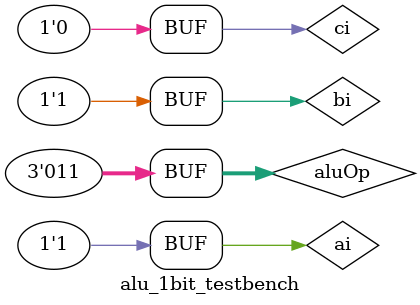
<source format=v>


`define DELAY 20
module alu_1bit_testbench();


wire co;
wire ri;

reg [2:0] aluOp;
reg ci;
reg bi;
reg ai;


alu_1bit test_alu (
	.co(co),
	.ri(ri),
	
	.aluOp(aluOp),
	.ci(ci),
	.bi(bi),
	.ai(ai)
	);

initial begin
	
	/* test and */
	aluOp = 3'b000;
	ai = 1'b1;
	bi = 1'b0;
	ci = 1'b0;
	#`DELAY;
	
	
	/* test or */
	aluOp = 3'b001;
	ai = 1'b1;
	bi = 1'b0;
	ci = 1'b0;
	#`DELAY;
	
	
	/* test0 add */
	aluOp = 3'b010;
	ai = 1'b1;
	bi = 1'b0;
	ci = 1'b0;
	#`DELAY;
	
	
	/* test1 add */
	aluOp = 3'b010;
	ai = 1'b1;
	bi = 1'b1;
	ci = 1'b0;
	#`DELAY;
	
	
	/* test2 add */
	aluOp = 3'b010;
	ai = 1'b0;
	bi = 1'b0;
	ci = 1'b0;
	#`DELAY;
	
	/* test3 add */
	aluOp = 3'b010;
	ai = 1'b0;
	bi = 1'b1;
	ci = 1'b0;
	#`DELAY;
	
	
	/* test0 subtract */
	aluOp = 3'b110;
	ai = 1'b1;
	bi = 1'b0;
	ci = 1'b0;
	#`DELAY;
	
	
	/* test1 subtract */
	aluOp = 3'b110;
	ai = 1'b1;
	bi = 1'b1;
	ci = 1'b0;
	#`DELAY;
	
	
	/* test2 subtract */
	aluOp = 3'b110;
	ai = 1'b0;
	bi = 1'b1;
	ci = 1'b0;
	#`DELAY;
	
	
	/* test3 subtract */
	aluOp = 3'b110;
	ai = 1'b0;
	bi = 1'b0;
	ci = 1'b0;
	#`DELAY;
	
	
	/* test0 xor */
	aluOp = 3'b011;
	ai = 1'b0;
	bi = 1'b0;
	ci = 1'b0;
	#`DELAY;
	
	/* test1 xor */
	aluOp = 3'b011;
	ai = 1'b1;
	bi = 1'b0;
	ci = 1'b0;
	#`DELAY;
	
	/* test2 xor */
	aluOp = 3'b011;
	ai = 1'b0;
	bi = 1'b1;
	ci = 1'b0;
	#`DELAY;
	
	/* test3 xor */
	aluOp = 3'b011;
	ai = 1'b1;
	bi = 1'b1;
	ci = 1'b0;
	
end
 
 
initial begin
	$monitor("alu = %3b, ai = %1b, bi = %1b, ri = %1b, co = %1b", aluOp, ai, bi, ri, co);
end
 
endmodule

</source>
